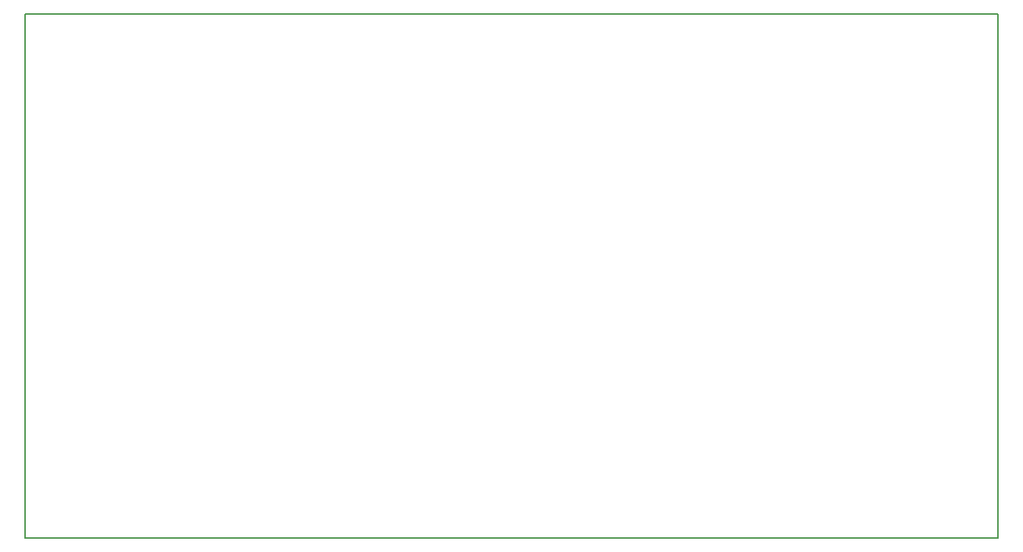
<source format=gbr>
G04 #@! TF.GenerationSoftware,KiCad,Pcbnew,(5.0.2)-1*
G04 #@! TF.CreationDate,2019-04-17T20:22:35+02:00*
G04 #@! TF.ProjectId,CCdrum,43436472-756d-42e6-9b69-6361645f7063,rev?*
G04 #@! TF.SameCoordinates,Original*
G04 #@! TF.FileFunction,Legend,Bot*
G04 #@! TF.FilePolarity,Positive*
%FSLAX46Y46*%
G04 Gerber Fmt 4.6, Leading zero omitted, Abs format (unit mm)*
G04 Created by KiCad (PCBNEW (5.0.2)-1) date 17/04/2019 20:22:35*
%MOMM*%
%LPD*%
G01*
G04 APERTURE LIST*
%ADD10C,0.200000*%
G04 APERTURE END LIST*
D10*
X143800000Y-101100000D02*
X143800000Y-161300000D01*
X32100000Y-101100000D02*
X143800000Y-101100000D01*
X32100000Y-161300000D02*
X32100000Y-101100000D01*
X32100000Y-161300000D02*
X143800000Y-161300000D01*
M02*

</source>
